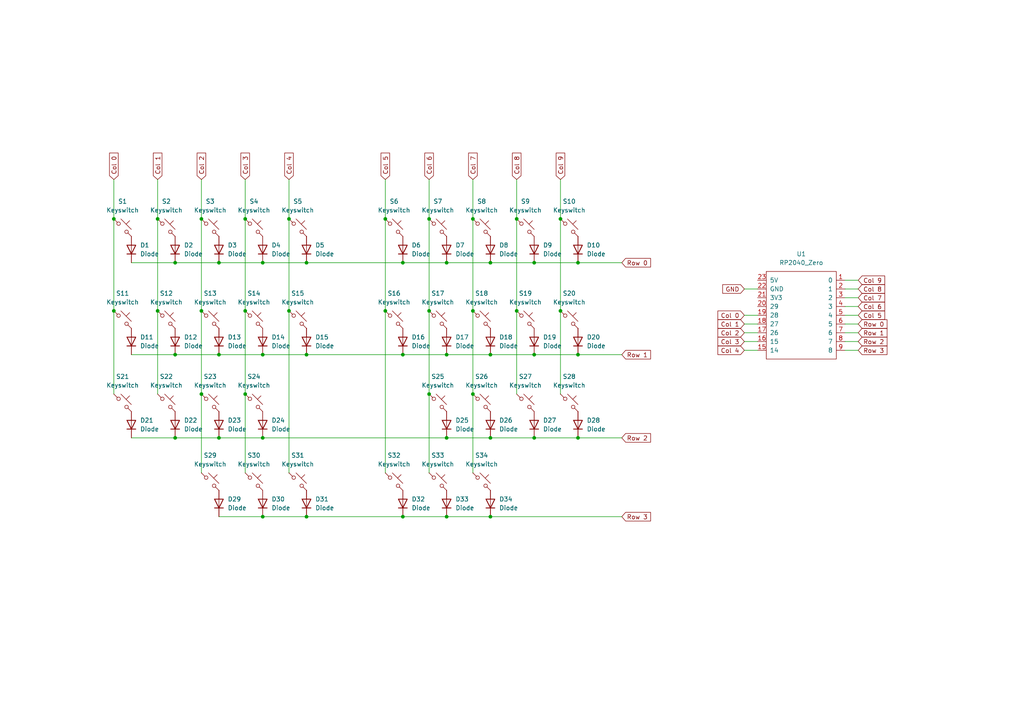
<source format=kicad_sch>
(kicad_sch (version 20231120) (generator "eeschema") (generator_version "8.0")
  (paper "A4")
  (lib_symbols
    (symbol "chew_symbols:MCU_RP2040_Zero_chew_mono" (pin_names (offset 1.016))
      (property "Reference" "U" (at 0 15.24 0))
      (property "Value" "RP2040_Zero" (at 0 12.7 0))
      (symbol "MCU_RP2040_Zero_chew_mono_0_1"
        (rectangle (start -10.16 11.43) (end 10.16 -13.97))
      )
      (symbol "MCU_RP2040_Zero_chew_mono_1_1"
        (pin bidirectional line (at 12.7 8.89 180) (length 2.54) (name "0") (number "1"))
        (pin bidirectional line (at -12.7 -11.43 0) (length 2.54) (name "14") (number "15"))
        (pin bidirectional line (at -12.7 -8.89 0) (length 2.54) (name "15") (number "16"))
        (pin bidirectional line (at -12.7 -6.35 0) (length 2.54) (name "26") (number "17"))
        (pin bidirectional line (at -12.7 -3.81 0) (length 2.54) (name "27") (number "18"))
        (pin bidirectional line (at -12.7 -1.27 0) (length 2.54) (name "28") (number "19"))
        (pin bidirectional line (at 12.7 6.35 180) (length 2.54) (name "1") (number "2"))
        (pin bidirectional line (at -12.7 1.27 0) (length 2.54) (name "29") (number "20"))
        (pin power_out line (at -12.7 3.81 0) (length 2.54) (name "3V3") (number "21"))
        (pin power_out line (at -12.7 6.35 0) (length 2.54) (name "GND") (number "22"))
        (pin power_out line (at -12.7 8.89 0) (length 2.54) (name "5V") (number "23"))
        (pin bidirectional line (at 12.7 3.81 180) (length 2.54) (name "2") (number "3"))
        (pin bidirectional line (at 12.7 1.27 180) (length 2.54) (name "3") (number "4"))
        (pin bidirectional line (at 12.7 -1.27 180) (length 2.54) (name "4") (number "5"))
        (pin bidirectional line (at 12.7 -3.81 180) (length 2.54) (name "5") (number "6"))
        (pin bidirectional line (at 12.7 -6.35 180) (length 2.54) (name "6") (number "7"))
        (pin bidirectional line (at 12.7 -8.89 180) (length 2.54) (name "7") (number "8"))
        (pin bidirectional line (at 12.7 -11.43 180) (length 2.54) (name "8") (number "9"))
      )
    )
    (symbol "chew_symbols:Placeholder_Diode" (pin_numbers hide) (pin_names hide)
      (property "Reference" "D" (at 0 2.54 0))
      (property "Value" "Diode" (at 0 -2.54 0))
      (symbol "Placeholder_Diode_0_1"
        (polyline (pts (xy -1.27 1.27) (xy -1.27 -1.27)) (stroke (width 0.254)))
        (polyline (pts (xy 1.27 0) (xy -1.27 0)))
        (polyline (pts (xy 1.27 1.27) (xy 1.27 -1.27) (xy -1.27 0) (xy 1.27 1.27)) (stroke (width 0.254)))
      )
      (symbol "Placeholder_Diode_1_1"
        (pin passive line (at -3.81 0 0) (length 2.54) (name "K") (number "1"))
        (pin passive line (at 3.81 0 180) (length 2.54) (name "A") (number "2"))
      )
    )
    (symbol "chew_symbols:Placeholder_Keyswitch" (pin_numbers hide) (pin_names (offset 1.016) hide)
      (property "Reference" "S" (at 3.048 1.016 0))
      (property "Value" "Keyswitch" (at 0 -3.81 0))
      (symbol "Placeholder_Keyswitch_0_1"
        (circle (center -1.1684 1.1684) (radius 0.508))
        (polyline (pts (xy -0.508 2.54) (xy 2.54 -0.508)))
        (polyline (pts (xy 1.016 1.016) (xy 2.032 2.032)))
        (polyline (pts (xy -2.54 2.54) (xy -1.524 1.524) (xy -1.524 1.524)))
        (polyline (pts (xy 1.524 -1.524) (xy 2.54 -2.54) (xy 2.54 -2.54) (xy 2.54 -2.54)))
        (circle (center 1.143 -1.1938) (radius 0.508))
        (pin passive line (at -2.54 2.54 0) (length 0) (name "1") (number "1"))
        (pin passive line (at 2.54 -2.54 180) (length 0) (name "2") (number "2"))
      )
    )
  )
  (junction (at 149.86 63.5))
  (junction (at 162.56 90.17))
  (junction (at 76.2 127))
  (junction (at 167.64 76.2))
  (junction (at 33.02 63.5))
  (junction (at 124.46 63.5))
  (junction (at 50.8 76.2))
  (junction (at 154.94 76.2))
  (junction (at 71.12 63.5))
  (junction (at 58.42 114.3))
  (junction (at 50.8 127))
  (junction (at 88.9 149.86))
  (junction (at 58.42 90.17))
  (junction (at 149.86 90.17))
  (junction (at 124.46 114.3))
  (junction (at 137.16 90.17))
  (junction (at 71.12 114.3))
  (junction (at 88.9 76.2))
  (junction (at 142.24 127))
  (junction (at 88.9 102.87))
  (junction (at 154.94 127))
  (junction (at 167.64 102.87))
  (junction (at 167.64 127))
  (junction (at 124.46 90.17))
  (junction (at 76.2 76.2))
  (junction (at 137.16 63.5))
  (junction (at 116.84 149.86))
  (junction (at 111.76 63.5))
  (junction (at 76.2 102.87))
  (junction (at 58.42 63.5))
  (junction (at 116.84 102.87))
  (junction (at 76.2 149.86))
  (junction (at 116.84 76.2))
  (junction (at 137.16 114.3))
  (junction (at 63.5 76.2))
  (junction (at 129.54 127))
  (junction (at 129.54 149.86))
  (junction (at 63.5 102.87))
  (junction (at 45.72 90.17))
  (junction (at 154.94 102.87))
  (junction (at 33.02 90.17))
  (junction (at 111.76 90.17))
  (junction (at 129.54 76.2))
  (junction (at 45.72 63.5))
  (junction (at 71.12 90.17))
  (junction (at 142.24 102.87))
  (junction (at 142.24 76.2))
  (junction (at 50.8 102.87))
  (junction (at 129.54 102.87))
  (junction (at 83.82 90.17))
  (junction (at 63.5 127))
  (junction (at 142.24 149.86))
  (junction (at 83.82 63.5))
  (junction (at 162.56 63.5))
  (wire (pts (xy 111.76 63.5) (xy 111.76 90.17)))
  (wire (pts (xy 142.24 102.87) (xy 154.94 102.87)))
  (wire (pts (xy 50.8 102.87) (xy 63.5 102.87)))
  (wire (pts (xy 137.16 63.5) (xy 137.16 90.17)))
  (wire (pts (xy 116.84 149.86) (xy 129.54 149.86)))
  (wire (pts (xy 129.54 76.2) (xy 142.24 76.2)))
  (wire (pts (xy 58.42 90.17) (xy 58.42 114.3)))
  (wire (pts (xy 248.92 96.52) (xy 245.11 96.52)))
  (wire (pts (xy 83.82 52.07) (xy 83.82 63.5)))
  (wire (pts (xy 45.72 52.07) (xy 45.72 63.5)))
  (wire (pts (xy 63.5 102.87) (xy 76.2 102.87)))
  (wire (pts (xy 38.1 76.2) (xy 50.8 76.2)))
  (wire (pts (xy 137.16 114.3) (xy 137.16 137.16)))
  (wire (pts (xy 149.86 52.07) (xy 149.86 63.5)))
  (wire (pts (xy 88.9 102.87) (xy 116.84 102.87)))
  (wire (pts (xy 71.12 63.5) (xy 71.12 90.17)))
  (wire (pts (xy 137.16 90.17) (xy 137.16 114.3)))
  (wire (pts (xy 215.9 101.6) (xy 219.71 101.6)))
  (wire (pts (xy 33.02 90.17) (xy 33.02 114.3)))
  (wire (pts (xy 215.9 83.82) (xy 219.71 83.82)))
  (wire (pts (xy 63.5 76.2) (xy 76.2 76.2)))
  (wire (pts (xy 167.64 102.87) (xy 180.34 102.87)))
  (wire (pts (xy 248.92 101.6) (xy 245.11 101.6)))
  (wire (pts (xy 248.92 91.44) (xy 245.11 91.44)))
  (wire (pts (xy 76.2 127) (xy 129.54 127)))
  (wire (pts (xy 45.72 63.5) (xy 45.72 90.17)))
  (wire (pts (xy 124.46 90.17) (xy 124.46 114.3)))
  (wire (pts (xy 116.84 76.2) (xy 129.54 76.2)))
  (wire (pts (xy 129.54 102.87) (xy 142.24 102.87)))
  (wire (pts (xy 58.42 52.07) (xy 58.42 63.5)))
  (wire (pts (xy 142.24 127) (xy 154.94 127)))
  (wire (pts (xy 83.82 90.17) (xy 83.82 137.16)))
  (wire (pts (xy 248.92 81.28) (xy 245.11 81.28)))
  (wire (pts (xy 124.46 114.3) (xy 124.46 137.16)))
  (wire (pts (xy 154.94 102.87) (xy 167.64 102.87)))
  (wire (pts (xy 248.92 93.98) (xy 245.11 93.98)))
  (wire (pts (xy 71.12 52.07) (xy 71.12 63.5)))
  (wire (pts (xy 149.86 90.17) (xy 149.86 114.3)))
  (wire (pts (xy 45.72 90.17) (xy 45.72 114.3)))
  (wire (pts (xy 124.46 63.5) (xy 124.46 90.17)))
  (wire (pts (xy 63.5 127) (xy 76.2 127)))
  (wire (pts (xy 248.92 88.9) (xy 245.11 88.9)))
  (wire (pts (xy 162.56 52.07) (xy 162.56 63.5)))
  (wire (pts (xy 248.92 99.06) (xy 245.11 99.06)))
  (wire (pts (xy 215.9 91.44) (xy 219.71 91.44)))
  (wire (pts (xy 180.34 76.2) (xy 167.64 76.2)))
  (wire (pts (xy 33.02 63.5) (xy 33.02 90.17)))
  (wire (pts (xy 38.1 102.87) (xy 50.8 102.87)))
  (wire (pts (xy 50.8 76.2) (xy 63.5 76.2)))
  (wire (pts (xy 149.86 63.5) (xy 149.86 90.17)))
  (wire (pts (xy 33.02 52.07) (xy 33.02 63.5)))
  (wire (pts (xy 76.2 76.2) (xy 88.9 76.2)))
  (wire (pts (xy 129.54 149.86) (xy 142.24 149.86)))
  (wire (pts (xy 142.24 76.2) (xy 154.94 76.2)))
  (wire (pts (xy 129.54 127) (xy 142.24 127)))
  (wire (pts (xy 76.2 102.87) (xy 88.9 102.87)))
  (wire (pts (xy 111.76 90.17) (xy 111.76 137.16)))
  (wire (pts (xy 71.12 114.3) (xy 71.12 137.16)))
  (wire (pts (xy 58.42 114.3) (xy 58.42 137.16)))
  (wire (pts (xy 167.64 127) (xy 180.34 127)))
  (wire (pts (xy 83.82 63.5) (xy 83.82 90.17)))
  (wire (pts (xy 248.92 83.82) (xy 245.11 83.82)))
  (wire (pts (xy 111.76 52.07) (xy 111.76 63.5)))
  (wire (pts (xy 76.2 149.86) (xy 88.9 149.86)))
  (wire (pts (xy 124.46 52.07) (xy 124.46 63.5)))
  (wire (pts (xy 116.84 102.87) (xy 129.54 102.87)))
  (wire (pts (xy 180.34 149.86) (xy 142.24 149.86)))
  (wire (pts (xy 88.9 76.2) (xy 116.84 76.2)))
  (wire (pts (xy 137.16 52.07) (xy 137.16 63.5)))
  (wire (pts (xy 248.92 86.36) (xy 245.11 86.36)))
  (wire (pts (xy 215.9 93.98) (xy 219.71 93.98)))
  (wire (pts (xy 71.12 90.17) (xy 71.12 114.3)))
  (wire (pts (xy 154.94 127) (xy 167.64 127)))
  (wire (pts (xy 162.56 90.17) (xy 162.56 114.3)))
  (wire (pts (xy 215.9 99.06) (xy 219.71 99.06)))
  (wire (pts (xy 63.5 149.86) (xy 76.2 149.86)))
  (wire (pts (xy 50.8 127) (xy 63.5 127)))
  (wire (pts (xy 38.1 127) (xy 50.8 127)))
  (wire (pts (xy 88.9 149.86) (xy 116.84 149.86)))
  (wire (pts (xy 58.42 63.5) (xy 58.42 90.17)))
  (wire (pts (xy 162.56 63.5) (xy 162.56 90.17)))
  (wire (pts (xy 215.9 96.52) (xy 219.71 96.52)))
  (wire (pts (xy 154.94 76.2) (xy 167.64 76.2)))
  (global_label "Col 5" (shape input) (at 248.92 91.44 0) (property "Intersheetrefs" "${INTERSHEET_REFS}" (effects (hide yes))))
  (global_label "Col 9" (shape input) (at 162.56 52.07 90) (property "Intersheetrefs" "${INTERSHEET_REFS}" (effects (hide yes))))
  (global_label "Row 3" (shape input) (at 180.34 149.86 0) (property "Intersheetrefs" "${INTERSHEET_REFS}" (effects (hide yes))))
  (global_label "Row 1" (shape input) (at 180.34 102.87 0) (property "Intersheetrefs" "${INTERSHEET_REFS}" (effects (hide yes))))
  (global_label "Col 1" (shape input) (at 215.9 93.98 180) (property "Intersheetrefs" "${INTERSHEET_REFS}" (effects (hide yes))))
  (global_label "Row 0" (shape input) (at 180.34 76.2 0) (property "Intersheetrefs" "${INTERSHEET_REFS}" (effects (hide yes))))
  (global_label "Col 9" (shape input) (at 248.92 81.28 0) (property "Intersheetrefs" "${INTERSHEET_REFS}" (effects (hide yes))))
  (global_label "Col 2" (shape input) (at 58.42 52.07 90) (property "Intersheetrefs" "${INTERSHEET_REFS}" (effects (hide yes))))
  (global_label "Col 4" (shape input) (at 215.9 101.6 180) (property "Intersheetrefs" "${INTERSHEET_REFS}" (effects (hide yes))))
  (global_label "Row 2" (shape input) (at 180.34 127 0) (property "Intersheetrefs" "${INTERSHEET_REFS}" (effects (hide yes))))
  (global_label "Col 0" (shape input) (at 215.9 91.44 180) (property "Intersheetrefs" "${INTERSHEET_REFS}" (effects (hide yes))))
  (global_label "Row 1" (shape input) (at 248.92 96.52 0) (property "Intersheetrefs" "${INTERSHEET_REFS}" (effects (hide yes))))
  (global_label "Row 2" (shape input) (at 248.92 99.06 0) (property "Intersheetrefs" "${INTERSHEET_REFS}" (effects (hide yes))))
  (global_label "Col 0" (shape input) (at 33.02 52.07 90) (property "Intersheetrefs" "${INTERSHEET_REFS}" (effects (hide yes))))
  (global_label "Col 7" (shape input) (at 248.92 86.36 0) (property "Intersheetrefs" "${INTERSHEET_REFS}" (effects (hide yes))))
  (global_label "Col 7" (shape input) (at 137.16 52.07 90) (property "Intersheetrefs" "${INTERSHEET_REFS}" (effects (hide yes))))
  (global_label "Col 8" (shape input) (at 248.92 83.82 0) (property "Intersheetrefs" "${INTERSHEET_REFS}" (effects (hide yes))))
  (global_label "Col 4" (shape input) (at 83.82 52.07 90) (property "Intersheetrefs" "${INTERSHEET_REFS}" (effects (hide yes))))
  (global_label "GND" (shape input) (at 215.9 83.82 180) (property "Intersheetrefs" "${INTERSHEET_REFS}" (effects (hide yes))))
  (global_label "Col 2" (shape input) (at 215.9 96.52 180) (property "Intersheetrefs" "${INTERSHEET_REFS}" (effects (hide yes))))
  (global_label "Col 1" (shape input) (at 45.72 52.07 90) (property "Intersheetrefs" "${INTERSHEET_REFS}" (effects (hide yes))))
  (global_label "Col 6" (shape input) (at 124.46 52.07 90) (property "Intersheetrefs" "${INTERSHEET_REFS}" (effects (hide yes))))
  (global_label "Col 3" (shape input) (at 71.12 52.07 90) (property "Intersheetrefs" "${INTERSHEET_REFS}" (effects (hide yes))))
  (global_label "Col 5" (shape input) (at 111.76 52.07 90) (property "Intersheetrefs" "${INTERSHEET_REFS}" (effects (hide yes))))
  (global_label "Col 6" (shape input) (at 248.92 88.9 0) (property "Intersheetrefs" "${INTERSHEET_REFS}" (effects (hide yes))))
  (global_label "Row 3" (shape input) (at 248.92 101.6 0) (property "Intersheetrefs" "${INTERSHEET_REFS}" (effects (hide yes))))
  (global_label "Col 3" (shape input) (at 215.9 99.06 180) (property "Intersheetrefs" "${INTERSHEET_REFS}" (effects (hide yes))))
  (global_label "Col 8" (shape input) (at 149.86 52.07 90) (property "Intersheetrefs" "${INTERSHEET_REFS}" (effects (hide yes))))
  (global_label "Row 0" (shape input) (at 248.92 93.98 0) (property "Intersheetrefs" "${INTERSHEET_REFS}" (effects (hide yes))))
  (symbol (lib_id "chew_symbols:Placeholder_Keyswitch") (at 127 92.71 0) (unit 1)
    (property "Reference" "S17" (at 127 85.09 0))
    (property "Value" "Keyswitch" (at 127 87.63 0))
    (property "Footprint" "chew_is_so:Choc_V1_chew" (effects (hide yes)))
    (property "Description" "Push button switch, normally open, two pins, 45° tilted" (effects (hide yes)))
  )
  (symbol (lib_id "chew_symbols:Placeholder_Keyswitch") (at 48.26 92.71 0) (unit 1)
    (property "Reference" "S12" (at 48.26 85.09 0))
    (property "Value" "Keyswitch" (at 48.26 87.63 0))
    (property "Footprint" "chew_is_so:Choc_V1_chew" (effects (hide yes)))
    (property "Description" "Push button switch, normally open, two pins, 45° tilted" (effects (hide yes)))
  )
  (symbol (lib_id "chew_symbols:Placeholder_Diode") (at 76.2 123.19 90) (unit 1)
    (property "Reference" "D24" (at 78.74 121.9199 90) (effects (justify right)))
    (property "Value" "Diode" (at 78.74 124.4599 90) (effects (justify right)))
    (property "Footprint" "chew_is_so:Diode_SOD-123_chew" (effects (hide yes)))
    (property "Description" "1N4148 (DO-35) or 1N4148W (SOD-123)" (effects (hide yes)))
    (property "Sim.Device" "D" (effects (hide yes)))
    (property "Sim.Pins" "1=K 2=A" (effects (hide yes)))
  )
  (symbol (lib_id "chew_symbols:Placeholder_Keyswitch") (at 127 139.7 0) (unit 1)
    (property "Reference" "S33" (at 127 132.08 0))
    (property "Value" "Keyswitch" (at 127 134.62 0))
    (property "Footprint" "chew_is_so:Choc_V1_chew" (effects (hide yes)))
    (property "Description" "Push button switch, normally open, two pins, 45° tilted" (effects (hide yes)))
  )
  (symbol (lib_id "chew_symbols:Placeholder_Keyswitch") (at 152.4 92.71 0) (unit 1)
    (property "Reference" "S19" (at 152.4 85.09 0))
    (property "Value" "Keyswitch" (at 152.4 87.63 0))
    (property "Footprint" "chew_is_so:Choc_V1_chew" (effects (hide yes)))
    (property "Description" "Push button switch, normally open, two pins, 45° tilted" (effects (hide yes)))
  )
  (symbol (lib_id "chew_symbols:Placeholder_Diode") (at 142.24 146.05 90) (unit 1)
    (property "Reference" "D34" (at 144.78 144.7799 90) (effects (justify right)))
    (property "Value" "Diode" (at 144.78 147.3199 90) (effects (justify right)))
    (property "Footprint" "chew_is_so:Diode_SOD-123_chew" (effects (hide yes)))
    (property "Description" "1N4148 (DO-35) or 1N4148W (SOD-123)" (effects (hide yes)))
    (property "Sim.Device" "D" (effects (hide yes)))
    (property "Sim.Pins" "1=K 2=A" (effects (hide yes)))
  )
  (symbol (lib_id "chew_symbols:Placeholder_Diode") (at 129.54 99.06 90) (unit 1)
    (property "Reference" "D17" (at 132.08 97.7899 90) (effects (justify right)))
    (property "Value" "Diode" (at 132.08 100.3299 90) (effects (justify right)))
    (property "Footprint" "chew_is_so:Diode_SOD-123_chew" (effects (hide yes)))
    (property "Description" "1N4148 (DO-35) or 1N4148W (SOD-123)" (effects (hide yes)))
    (property "Sim.Device" "D" (effects (hide yes)))
    (property "Sim.Pins" "1=K 2=A" (effects (hide yes)))
  )
  (symbol (lib_id "chew_symbols:Placeholder_Keyswitch") (at 60.96 66.04 0) (unit 1)
    (property "Reference" "S3" (at 60.96 58.42 0))
    (property "Value" "Keyswitch" (at 60.96 60.96 0))
    (property "Footprint" "chew_is_so:Choc_V1_chew" (effects (hide yes)))
    (property "Description" "Push button switch, normally open, two pins, 45° tilted" (effects (hide yes)))
  )
  (symbol (lib_id "chew_symbols:Placeholder_Diode") (at 88.9 99.06 90) (unit 1)
    (property "Reference" "D15" (at 91.44 97.7899 90) (effects (justify right)))
    (property "Value" "Diode" (at 91.44 100.3299 90) (effects (justify right)))
    (property "Footprint" "chew_is_so:Diode_SOD-123_chew" (effects (hide yes)))
    (property "Description" "1N4148 (DO-35) or 1N4148W (SOD-123)" (effects (hide yes)))
    (property "Sim.Device" "D" (effects (hide yes)))
    (property "Sim.Pins" "1=K 2=A" (effects (hide yes)))
  )
  (symbol (lib_id "chew_symbols:Placeholder_Diode") (at 63.5 146.05 90) (unit 1)
    (property "Reference" "D29" (at 66.04 144.7799 90) (effects (justify right)))
    (property "Value" "Diode" (at 66.04 147.3199 90) (effects (justify right)))
    (property "Footprint" "chew_is_so:Diode_SOD-123_chew" (effects (hide yes)))
    (property "Description" "1N4148 (DO-35) or 1N4148W (SOD-123)" (effects (hide yes)))
    (property "Sim.Device" "D" (effects (hide yes)))
    (property "Sim.Pins" "1=K 2=A" (effects (hide yes)))
  )
  (symbol (lib_id "chew_symbols:Placeholder_Diode") (at 116.84 146.05 90) (unit 1)
    (property "Reference" "D32" (at 119.38 144.7799 90) (effects (justify right)))
    (property "Value" "Diode" (at 119.38 147.3199 90) (effects (justify right)))
    (property "Footprint" "chew_is_so:Diode_SOD-123_chew" (effects (hide yes)))
    (property "Description" "1N4148 (DO-35) or 1N4148W (SOD-123)" (effects (hide yes)))
    (property "Sim.Device" "D" (effects (hide yes)))
    (property "Sim.Pins" "1=K 2=A" (effects (hide yes)))
  )
  (symbol (lib_id "chew_symbols:Placeholder_Diode") (at 38.1 72.39 90) (unit 1)
    (property "Reference" "D1" (at 40.64 71.1199 90) (effects (justify right)))
    (property "Value" "Diode" (at 40.64 73.6599 90) (effects (justify right)))
    (property "Footprint" "chew_is_so:Diode_SOD-123_chew" (effects (hide yes)))
    (property "Description" "1N4148 (DO-35) or 1N4148W (SOD-123)" (effects (hide yes)))
    (property "Sim.Device" "D" (effects (hide yes)))
    (property "Sim.Pins" "1=K 2=A" (effects (hide yes)))
  )
  (symbol (lib_id "chew_symbols:Placeholder_Keyswitch") (at 165.1 66.04 0) (unit 1)
    (property "Reference" "S10" (at 165.1 58.42 0))
    (property "Value" "Keyswitch" (at 165.1 60.96 0))
    (property "Footprint" "chew_is_so:Choc_V1_chew" (effects (hide yes)))
    (property "Description" "Push button switch, normally open, two pins, 45° tilted" (effects (hide yes)))
  )
  (symbol (lib_id "chew_symbols:Placeholder_Diode") (at 76.2 99.06 90) (unit 1)
    (property "Reference" "D14" (at 78.74 97.7899 90) (effects (justify right)))
    (property "Value" "Diode" (at 78.74 100.3299 90) (effects (justify right)))
    (property "Footprint" "chew_is_so:Diode_SOD-123_chew" (effects (hide yes)))
    (property "Description" "1N4148 (DO-35) or 1N4148W (SOD-123)" (effects (hide yes)))
    (property "Sim.Device" "D" (effects (hide yes)))
    (property "Sim.Pins" "1=K 2=A" (effects (hide yes)))
  )
  (symbol (lib_id "chew_symbols:Placeholder_Diode") (at 154.94 72.39 90) (unit 1)
    (property "Reference" "D9" (at 157.48 71.1199 90) (effects (justify right)))
    (property "Value" "Diode" (at 157.48 73.6599 90) (effects (justify right)))
    (property "Footprint" "chew_is_so:Diode_SOD-123_chew" (effects (hide yes)))
    (property "Description" "1N4148 (DO-35) or 1N4148W (SOD-123)" (effects (hide yes)))
    (property "Sim.Device" "D" (effects (hide yes)))
    (property "Sim.Pins" "1=K 2=A" (effects (hide yes)))
  )
  (symbol (lib_id "chew_symbols:Placeholder_Keyswitch") (at 139.7 92.71 0) (unit 1)
    (property "Reference" "S18" (at 139.7 85.09 0))
    (property "Value" "Keyswitch" (at 139.7 87.63 0))
    (property "Footprint" "chew_is_so:Choc_V1_chew" (effects (hide yes)))
    (property "Description" "Push button switch, normally open, two pins, 45° tilted" (effects (hide yes)))
  )
  (symbol (lib_id "chew_symbols:Placeholder_Keyswitch") (at 73.66 66.04 0) (unit 1)
    (property "Reference" "S4" (at 73.66 58.42 0))
    (property "Value" "Keyswitch" (at 73.66 60.96 0))
    (property "Footprint" "chew_is_so:Choc_V1_chew" (effects (hide yes)))
    (property "Description" "Push button switch, normally open, two pins, 45° tilted" (effects (hide yes)))
  )
  (symbol (lib_id "chew_symbols:Placeholder_Keyswitch") (at 60.96 139.7 0) (unit 1)
    (property "Reference" "S29" (at 60.96 132.08 0))
    (property "Value" "Keyswitch" (at 60.96 134.62 0))
    (property "Footprint" "chew_is_so:Choc_V1_chew" (effects (hide yes)))
    (property "Description" "Push button switch, normally open, two pins, 45° tilted" (effects (hide yes)))
  )
  (symbol (lib_id "chew_symbols:Placeholder_Diode") (at 116.84 99.06 90) (unit 1)
    (property "Reference" "D16" (at 119.38 97.7899 90) (effects (justify right)))
    (property "Value" "Diode" (at 119.38 100.3299 90) (effects (justify right)))
    (property "Footprint" "chew_is_so:Diode_SOD-123_chew" (effects (hide yes)))
    (property "Description" "1N4148 (DO-35) or 1N4148W (SOD-123)" (effects (hide yes)))
    (property "Sim.Device" "D" (effects (hide yes)))
    (property "Sim.Pins" "1=K 2=A" (effects (hide yes)))
  )
  (symbol (lib_id "chew_symbols:Placeholder_Diode") (at 142.24 72.39 90) (unit 1)
    (property "Reference" "D8" (at 144.78 71.1199 90) (effects (justify right)))
    (property "Value" "Diode" (at 144.78 73.6599 90) (effects (justify right)))
    (property "Footprint" "chew_is_so:Diode_SOD-123_chew" (effects (hide yes)))
    (property "Description" "1N4148 (DO-35) or 1N4148W (SOD-123)" (effects (hide yes)))
    (property "Sim.Device" "D" (effects (hide yes)))
    (property "Sim.Pins" "1=K 2=A" (effects (hide yes)))
  )
  (symbol (lib_id "chew_symbols:Placeholder_Diode") (at 154.94 99.06 90) (unit 1)
    (property "Reference" "D19" (at 157.48 97.7899 90) (effects (justify right)))
    (property "Value" "Diode" (at 157.48 100.3299 90) (effects (justify right)))
    (property "Footprint" "chew_is_so:Diode_SOD-123_chew" (effects (hide yes)))
    (property "Description" "1N4148 (DO-35) or 1N4148W (SOD-123)" (effects (hide yes)))
    (property "Sim.Device" "D" (effects (hide yes)))
    (property "Sim.Pins" "1=K 2=A" (effects (hide yes)))
  )
  (symbol (lib_id "chew_symbols:Placeholder_Keyswitch") (at 35.56 92.71 0) (unit 1)
    (property "Reference" "S11" (at 35.56 85.09 0))
    (property "Value" "Keyswitch" (at 35.56 87.63 0))
    (property "Footprint" "chew_is_so:Choc_V1_chew" (effects (hide yes)))
    (property "Description" "Push button switch, normally open, two pins, 45° tilted" (effects (hide yes)))
  )
  (symbol (lib_id "chew_symbols:Placeholder_Keyswitch") (at 48.26 116.84 0) (unit 1)
    (property "Reference" "S22" (at 48.26 109.22 0))
    (property "Value" "Keyswitch" (at 48.26 111.76 0))
    (property "Footprint" "chew_is_so:Choc_V1_chew" (effects (hide yes)))
    (property "Description" "Push button switch, normally open, two pins, 45° tilted" (effects (hide yes)))
  )
  (symbol (lib_id "chew_symbols:Placeholder_Keyswitch") (at 114.3 92.71 0) (unit 1)
    (property "Reference" "S16" (at 114.3 85.09 0))
    (property "Value" "Keyswitch" (at 114.3 87.63 0))
    (property "Footprint" "chew_is_so:Choc_V1_chew" (effects (hide yes)))
    (property "Description" "Push button switch, normally open, two pins, 45° tilted" (effects (hide yes)))
  )
  (symbol (lib_id "chew_symbols:Placeholder_Keyswitch") (at 139.7 116.84 0) (unit 1)
    (property "Reference" "S26" (at 139.7 109.22 0))
    (property "Value" "Keyswitch" (at 139.7 111.76 0))
    (property "Footprint" "chew_is_so:Choc_V1_chew" (effects (hide yes)))
    (property "Description" "Push button switch, normally open, two pins, 45° tilted" (effects (hide yes)))
  )
  (symbol (lib_id "chew_symbols:Placeholder_Diode") (at 142.24 123.19 90) (unit 1)
    (property "Reference" "D26" (at 144.78 121.9199 90) (effects (justify right)))
    (property "Value" "Diode" (at 144.78 124.4599 90) (effects (justify right)))
    (property "Footprint" "chew_is_so:Diode_SOD-123_chew" (effects (hide yes)))
    (property "Description" "1N4148 (DO-35) or 1N4148W (SOD-123)" (effects (hide yes)))
    (property "Sim.Device" "D" (effects (hide yes)))
    (property "Sim.Pins" "1=K 2=A" (effects (hide yes)))
  )
  (symbol (lib_id "chew_symbols:Placeholder_Diode") (at 38.1 99.06 90) (unit 1)
    (property "Reference" "D11" (at 40.64 97.7899 90) (effects (justify right)))
    (property "Value" "Diode" (at 40.64 100.3299 90) (effects (justify right)))
    (property "Footprint" "chew_is_so:Diode_SOD-123_chew" (effects (hide yes)))
    (property "Description" "1N4148 (DO-35) or 1N4148W (SOD-123)" (effects (hide yes)))
    (property "Sim.Device" "D" (effects (hide yes)))
    (property "Sim.Pins" "1=K 2=A" (effects (hide yes)))
  )
  (symbol (lib_id "chew_symbols:Placeholder_Diode") (at 129.54 146.05 90) (unit 1)
    (property "Reference" "D33" (at 132.08 144.7799 90) (effects (justify right)))
    (property "Value" "Diode" (at 132.08 147.3199 90) (effects (justify right)))
    (property "Footprint" "chew_is_so:Diode_SOD-123_chew" (effects (hide yes)))
    (property "Description" "1N4148 (DO-35) or 1N4148W (SOD-123)" (effects (hide yes)))
    (property "Sim.Device" "D" (effects (hide yes)))
    (property "Sim.Pins" "1=K 2=A" (effects (hide yes)))
  )
  (symbol (lib_id "chew_symbols:Placeholder_Diode") (at 116.84 72.39 90) (unit 1)
    (property "Reference" "D6" (at 119.38 71.1199 90) (effects (justify right)))
    (property "Value" "Diode" (at 119.38 73.6599 90) (effects (justify right)))
    (property "Footprint" "chew_is_so:Diode_SOD-123_chew" (effects (hide yes)))
    (property "Description" "1N4148 (DO-35) or 1N4148W (SOD-123)" (effects (hide yes)))
    (property "Sim.Device" "D" (effects (hide yes)))
    (property "Sim.Pins" "1=K 2=A" (effects (hide yes)))
  )
  (symbol (lib_id "chew_symbols:Placeholder_Keyswitch") (at 86.36 139.7 0) (unit 1)
    (property "Reference" "S31" (at 86.36 132.08 0))
    (property "Value" "Keyswitch" (at 86.36 134.62 0))
    (property "Footprint" "chew_is_so:Choc_V1_chew" (effects (hide yes)))
    (property "Description" "Push button switch, normally open, two pins, 45° tilted" (effects (hide yes)))
  )
  (symbol (lib_id "chew_symbols:Placeholder_Diode") (at 129.54 123.19 90) (unit 1)
    (property "Reference" "D25" (at 132.08 121.9199 90) (effects (justify right)))
    (property "Value" "Diode" (at 132.08 124.4599 90) (effects (justify right)))
    (property "Footprint" "chew_is_so:Diode_SOD-123_chew" (effects (hide yes)))
    (property "Description" "1N4148 (DO-35) or 1N4148W (SOD-123)" (effects (hide yes)))
    (property "Sim.Device" "D" (effects (hide yes)))
    (property "Sim.Pins" "1=K 2=A" (effects (hide yes)))
  )
  (symbol (lib_id "chew_symbols:Placeholder_Diode") (at 76.2 72.39 90) (unit 1)
    (property "Reference" "D4" (at 78.74 71.1199 90) (effects (justify right)))
    (property "Value" "Diode" (at 78.74 73.6599 90) (effects (justify right)))
    (property "Footprint" "chew_is_so:Diode_SOD-123_chew" (effects (hide yes)))
    (property "Description" "1N4148 (DO-35) or 1N4148W (SOD-123)" (effects (hide yes)))
    (property "Sim.Device" "D" (effects (hide yes)))
    (property "Sim.Pins" "1=K 2=A" (effects (hide yes)))
  )
  (symbol (lib_id "chew_symbols:Placeholder_Keyswitch") (at 152.4 116.84 0) (unit 1)
    (property "Reference" "S27" (at 152.4 109.22 0))
    (property "Value" "Keyswitch" (at 152.4 111.76 0))
    (property "Footprint" "chew_is_so:Choc_V1_chew" (effects (hide yes)))
    (property "Description" "Push button switch, normally open, two pins, 45° tilted" (effects (hide yes)))
  )
  (symbol (lib_id "chew_symbols:Placeholder_Diode") (at 76.2 146.05 90) (unit 1)
    (property "Reference" "D30" (at 78.74 144.7799 90) (effects (justify right)))
    (property "Value" "Diode" (at 78.74 147.3199 90) (effects (justify right)))
    (property "Footprint" "chew_is_so:Diode_SOD-123_chew" (effects (hide yes)))
    (property "Description" "1N4148 (DO-35) or 1N4148W (SOD-123)" (effects (hide yes)))
    (property "Sim.Device" "D" (effects (hide yes)))
    (property "Sim.Pins" "1=K 2=A" (effects (hide yes)))
  )
  (symbol (lib_id "chew_symbols:Placeholder_Keyswitch") (at 35.56 116.84 0) (unit 1)
    (property "Reference" "S21" (at 35.56 109.22 0))
    (property "Value" "Keyswitch" (at 35.56 111.76 0))
    (property "Footprint" "chew_is_so:Choc_V1_chew" (effects (hide yes)))
    (property "Description" "Push button switch, normally open, two pins, 45° tilted" (effects (hide yes)))
  )
  (symbol (lib_id "chew_symbols:Placeholder_Diode") (at 167.64 123.19 90) (unit 1)
    (property "Reference" "D28" (at 170.18 121.9199 90) (effects (justify right)))
    (property "Value" "Diode" (at 170.18 124.4599 90) (effects (justify right)))
    (property "Footprint" "chew_is_so:Diode_SOD-123_chew" (effects (hide yes)))
    (property "Description" "1N4148 (DO-35) or 1N4148W (SOD-123)" (effects (hide yes)))
    (property "Sim.Device" "D" (effects (hide yes)))
    (property "Sim.Pins" "1=K 2=A" (effects (hide yes)))
  )
  (symbol (lib_id "chew_symbols:Placeholder_Diode") (at 63.5 99.06 90) (unit 1)
    (property "Reference" "D13" (at 66.04 97.7899 90) (effects (justify right)))
    (property "Value" "Diode" (at 66.04 100.3299 90) (effects (justify right)))
    (property "Footprint" "chew_is_so:Diode_SOD-123_chew" (effects (hide yes)))
    (property "Description" "1N4148 (DO-35) or 1N4148W (SOD-123)" (effects (hide yes)))
    (property "Sim.Device" "D" (effects (hide yes)))
    (property "Sim.Pins" "1=K 2=A" (effects (hide yes)))
  )
  (symbol (lib_id "chew_symbols:Placeholder_Keyswitch") (at 139.7 66.04 0) (unit 1)
    (property "Reference" "S8" (at 139.7 58.42 0))
    (property "Value" "Keyswitch" (at 139.7 60.96 0))
    (property "Footprint" "chew_is_so:Choc_V1_chew" (effects (hide yes)))
    (property "Description" "Push button switch, normally open, two pins, 45° tilted" (effects (hide yes)))
  )
  (symbol (lib_id "chew_symbols:Placeholder_Keyswitch") (at 48.26 66.04 0) (unit 1)
    (property "Reference" "S2" (at 48.26 58.42 0))
    (property "Value" "Keyswitch" (at 48.26 60.96 0))
    (property "Footprint" "chew_is_so:Choc_V1_chew" (effects (hide yes)))
    (property "Description" "Push button switch, normally open, two pins, 45° tilted" (effects (hide yes)))
  )
  (symbol (lib_id "chew_symbols:Placeholder_Keyswitch") (at 114.3 139.7 0) (unit 1)
    (property "Reference" "S32" (at 114.3 132.08 0))
    (property "Value" "Keyswitch" (at 114.3 134.62 0))
    (property "Footprint" "chew_is_so:Choc_V1_chew" (effects (hide yes)))
    (property "Description" "Push button switch, normally open, two pins, 45° tilted" (effects (hide yes)))
  )
  (symbol (lib_id "chew_symbols:Placeholder_Keyswitch") (at 165.1 92.71 0) (unit 1)
    (property "Reference" "S20" (at 165.1 85.09 0))
    (property "Value" "Keyswitch" (at 165.1 87.63 0))
    (property "Footprint" "chew_is_so:Choc_V1_chew" (effects (hide yes)))
    (property "Description" "Push button switch, normally open, two pins, 45° tilted" (effects (hide yes)))
  )
  (symbol (lib_id "chew_symbols:Placeholder_Keyswitch") (at 35.56 66.04 0) (unit 1)
    (property "Reference" "S1" (at 35.56 58.42 0))
    (property "Value" "Keyswitch" (at 35.56 60.96 0))
    (property "Footprint" "chew_is_so:Choc_V1_chew" (effects (hide yes)))
    (property "Description" "Push button switch, normally open, two pins, 45° tilted" (effects (hide yes)))
  )
  (symbol (lib_id "chew_symbols:Placeholder_Diode") (at 167.64 99.06 90) (unit 1)
    (property "Reference" "D20" (at 170.18 97.7899 90) (effects (justify right)))
    (property "Value" "Diode" (at 170.18 100.3299 90) (effects (justify right)))
    (property "Footprint" "chew_is_so:Diode_SOD-123_chew" (effects (hide yes)))
    (property "Description" "1N4148 (DO-35) or 1N4148W (SOD-123)" (effects (hide yes)))
    (property "Sim.Device" "D" (effects (hide yes)))
    (property "Sim.Pins" "1=K 2=A" (effects (hide yes)))
  )
  (symbol (lib_id "chew_symbols:Placeholder_Diode") (at 50.8 123.19 90) (unit 1)
    (property "Reference" "D22" (at 53.34 121.9199 90) (effects (justify right)))
    (property "Value" "Diode" (at 53.34 124.4599 90) (effects (justify right)))
    (property "Footprint" "chew_is_so:Diode_SOD-123_chew" (effects (hide yes)))
    (property "Description" "1N4148 (DO-35) or 1N4148W (SOD-123)" (effects (hide yes)))
    (property "Sim.Device" "D" (effects (hide yes)))
    (property "Sim.Pins" "1=K 2=A" (effects (hide yes)))
  )
  (symbol (lib_id "chew_symbols:Placeholder_Diode") (at 154.94 123.19 90) (unit 1)
    (property "Reference" "D27" (at 157.48 121.9199 90) (effects (justify right)))
    (property "Value" "Diode" (at 157.48 124.4599 90) (effects (justify right)))
    (property "Footprint" "chew_is_so:Diode_SOD-123_chew" (effects (hide yes)))
    (property "Description" "1N4148 (DO-35) or 1N4148W (SOD-123)" (effects (hide yes)))
    (property "Sim.Device" "D" (effects (hide yes)))
    (property "Sim.Pins" "1=K 2=A" (effects (hide yes)))
  )
  (symbol (lib_id "chew_symbols:Placeholder_Keyswitch") (at 127 116.84 0) (unit 1)
    (property "Reference" "S25" (at 127 109.22 0))
    (property "Value" "Keyswitch" (at 127 111.76 0))
    (property "Footprint" "chew_is_so:Choc_V1_chew" (effects (hide yes)))
    (property "Description" "Push button switch, normally open, two pins, 45° tilted" (effects (hide yes)))
  )
  (symbol (lib_id "chew_symbols:Placeholder_Diode") (at 88.9 72.39 90) (unit 1)
    (property "Reference" "D5" (at 91.44 71.1199 90) (effects (justify right)))
    (property "Value" "Diode" (at 91.44 73.6599 90) (effects (justify right)))
    (property "Footprint" "chew_is_so:Diode_SOD-123_chew" (effects (hide yes)))
    (property "Description" "1N4148 (DO-35) or 1N4148W (SOD-123)" (effects (hide yes)))
    (property "Sim.Device" "D" (effects (hide yes)))
    (property "Sim.Pins" "1=K 2=A" (effects (hide yes)))
  )
  (symbol (lib_id "chew_symbols:Placeholder_Diode") (at 167.64 72.39 90) (unit 1)
    (property "Reference" "D10" (at 170.18 71.1199 90) (effects (justify right)))
    (property "Value" "Diode" (at 170.18 73.6599 90) (effects (justify right)))
    (property "Footprint" "chew_is_so:Diode_SOD-123_chew" (effects (hide yes)))
    (property "Description" "1N4148 (DO-35) or 1N4148W (SOD-123)" (effects (hide yes)))
    (property "Sim.Device" "D" (effects (hide yes)))
    (property "Sim.Pins" "1=K 2=A" (effects (hide yes)))
  )
  (symbol (lib_id "chew_symbols:Placeholder_Diode") (at 129.54 72.39 90) (unit 1)
    (property "Reference" "D7" (at 132.08 71.1199 90) (effects (justify right)))
    (property "Value" "Diode" (at 132.08 73.6599 90) (effects (justify right)))
    (property "Footprint" "chew_is_so:Diode_SOD-123_chew" (effects (hide yes)))
    (property "Description" "1N4148 (DO-35) or 1N4148W (SOD-123)" (effects (hide yes)))
    (property "Sim.Device" "D" (effects (hide yes)))
    (property "Sim.Pins" "1=K 2=A" (effects (hide yes)))
  )
  (symbol (lib_id "chew_symbols:Placeholder_Keyswitch") (at 86.36 92.71 0) (unit 1)
    (property "Reference" "S15" (at 86.36 85.09 0))
    (property "Value" "Keyswitch" (at 86.36 87.63 0))
    (property "Footprint" "chew_is_so:Choc_V1_chew" (effects (hide yes)))
    (property "Description" "Push button switch, normally open, two pins, 45° tilted" (effects (hide yes)))
  )
  (symbol (lib_id "chew_symbols:Placeholder_Keyswitch") (at 165.1 116.84 0) (unit 1)
    (property "Reference" "S28" (at 165.1 109.22 0))
    (property "Value" "Keyswitch" (at 165.1 111.76 0))
    (property "Footprint" "chew_is_so:Choc_V1_chew" (effects (hide yes)))
    (property "Description" "Push button switch, normally open, two pins, 45° tilted" (effects (hide yes)))
  )
  (symbol (lib_id "chew_symbols:Placeholder_Diode") (at 50.8 99.06 90) (unit 1)
    (property "Reference" "D12" (at 53.34 97.7899 90) (effects (justify right)))
    (property "Value" "Diode" (at 53.34 100.3299 90) (effects (justify right)))
    (property "Footprint" "chew_is_so:Diode_SOD-123_chew" (effects (hide yes)))
    (property "Description" "1N4148 (DO-35) or 1N4148W (SOD-123)" (effects (hide yes)))
    (property "Sim.Device" "D" (effects (hide yes)))
    (property "Sim.Pins" "1=K 2=A" (effects (hide yes)))
  )
  (symbol (lib_id "chew_symbols:Placeholder_Keyswitch") (at 152.4 66.04 0) (unit 1)
    (property "Reference" "S9" (at 152.4 58.42 0))
    (property "Value" "Keyswitch" (at 152.4 60.96 0))
    (property "Footprint" "chew_is_so:Choc_V1_chew" (effects (hide yes)))
    (property "Description" "Push button switch, normally open, two pins, 45° tilted" (effects (hide yes)))
  )
  (symbol (lib_id "chew_symbols:Placeholder_Keyswitch") (at 73.66 116.84 0) (unit 1)
    (property "Reference" "S24" (at 73.66 109.22 0))
    (property "Value" "Keyswitch" (at 73.66 111.76 0))
    (property "Footprint" "chew_is_so:Choc_V1_chew" (effects (hide yes)))
    (property "Description" "Push button switch, normally open, two pins, 45° tilted" (effects (hide yes)))
  )
  (symbol (lib_id "chew_symbols:Placeholder_Keyswitch") (at 73.66 92.71 0) (unit 1)
    (property "Reference" "S14" (at 73.66 85.09 0))
    (property "Value" "Keyswitch" (at 73.66 87.63 0))
    (property "Footprint" "chew_is_so:Choc_V1_chew" (effects (hide yes)))
    (property "Description" "Push button switch, normally open, two pins, 45° tilted" (effects (hide yes)))
  )
  (symbol (lib_id "chew_symbols:Placeholder_Diode") (at 50.8 72.39 90) (unit 1)
    (property "Reference" "D2" (at 53.34 71.1199 90) (effects (justify right)))
    (property "Value" "Diode" (at 53.34 73.6599 90) (effects (justify right)))
    (property "Footprint" "chew_is_so:Diode_SOD-123_chew" (effects (hide yes)))
    (property "Description" "1N4148 (DO-35) or 1N4148W (SOD-123)" (effects (hide yes)))
    (property "Sim.Device" "D" (effects (hide yes)))
    (property "Sim.Pins" "1=K 2=A" (effects (hide yes)))
  )
  (symbol (lib_id "chew_symbols:Placeholder_Keyswitch") (at 73.66 139.7 0) (unit 1)
    (property "Reference" "S30" (at 73.66 132.08 0))
    (property "Value" "Keyswitch" (at 73.66 134.62 0))
    (property "Footprint" "chew_is_so:Choc_V1_chew" (effects (hide yes)))
    (property "Description" "Push button switch, normally open, two pins, 45° tilted" (effects (hide yes)))
  )
  (symbol (lib_id "chew_symbols:Placeholder_Keyswitch") (at 114.3 66.04 0) (unit 1)
    (property "Reference" "S6" (at 114.3 58.42 0))
    (property "Value" "Keyswitch" (at 114.3 60.96 0))
    (property "Footprint" "chew_is_so:Choc_V1_chew" (effects (hide yes)))
    (property "Description" "Push button switch, normally open, two pins, 45° tilted" (effects (hide yes)))
  )
  (symbol (lib_id "chew_symbols:Placeholder_Keyswitch") (at 86.36 66.04 0) (unit 1)
    (property "Reference" "S5" (at 86.36 58.42 0))
    (property "Value" "Keyswitch" (at 86.36 60.96 0))
    (property "Footprint" "chew_is_so:Choc_V1_chew" (effects (hide yes)))
    (property "Description" "Push button switch, normally open, two pins, 45° tilted" (effects (hide yes)))
  )
  (symbol (lib_id "chew_symbols:Placeholder_Diode") (at 88.9 146.05 90) (unit 1)
    (property "Reference" "D31" (at 91.44 144.7799 90) (effects (justify right)))
    (property "Value" "Diode" (at 91.44 147.3199 90) (effects (justify right)))
    (property "Footprint" "chew_is_so:Diode_SOD-123_chew" (effects (hide yes)))
    (property "Description" "1N4148 (DO-35) or 1N4148W (SOD-123)" (effects (hide yes)))
    (property "Sim.Device" "D" (effects (hide yes)))
    (property "Sim.Pins" "1=K 2=A" (effects (hide yes)))
  )
  (symbol (lib_id "chew_symbols:Placeholder_Diode") (at 142.24 99.06 90) (unit 1)
    (property "Reference" "D18" (at 144.78 97.7899 90) (effects (justify right)))
    (property "Value" "Diode" (at 144.78 100.3299 90) (effects (justify right)))
    (property "Footprint" "chew_is_so:Diode_SOD-123_chew" (effects (hide yes)))
    (property "Description" "1N4148 (DO-35) or 1N4148W (SOD-123)" (effects (hide yes)))
    (property "Sim.Device" "D" (effects (hide yes)))
    (property "Sim.Pins" "1=K 2=A" (effects (hide yes)))
  )
  (symbol (lib_id "chew_symbols:MCU_RP2040_Zero_chew_mono") (at 232.41 90.17 0) (unit 1)
    (property "Reference" "U1" (at 232.41 73.66 0))
    (property "Value" "RP2040_Zero" (at 232.41 76.2 0))
    (property "Footprint" "chew_is_so:RP2040_Zero_chew_mono" (effects (hide yes)))
  )
  (symbol (lib_id "chew_symbols:Placeholder_Diode") (at 63.5 123.19 90) (unit 1)
    (property "Reference" "D23" (at 66.04 121.9199 90) (effects (justify right)))
    (property "Value" "Diode" (at 66.04 124.4599 90) (effects (justify right)))
    (property "Footprint" "chew_is_so:Diode_SOD-123_chew" (effects (hide yes)))
    (property "Description" "1N4148 (DO-35) or 1N4148W (SOD-123)" (effects (hide yes)))
    (property "Sim.Device" "D" (effects (hide yes)))
    (property "Sim.Pins" "1=K 2=A" (effects (hide yes)))
  )
  (symbol (lib_id "chew_symbols:Placeholder_Keyswitch") (at 139.7 139.7 0) (unit 1)
    (property "Reference" "S34" (at 139.7 132.08 0))
    (property "Value" "Keyswitch" (at 139.7 134.62 0))
    (property "Footprint" "chew_is_so:Choc_V1_chew" (effects (hide yes)))
    (property "Description" "Push button switch, normally open, two pins, 45° tilted" (effects (hide yes)))
  )
  (symbol (lib_id "chew_symbols:Placeholder_Keyswitch") (at 127 66.04 0) (unit 1)
    (property "Reference" "S7" (at 127 58.42 0))
    (property "Value" "Keyswitch" (at 127 60.96 0))
    (property "Footprint" "chew_is_so:Choc_V1_chew" (effects (hide yes)))
    (property "Description" "Push button switch, normally open, two pins, 45° tilted" (effects (hide yes)))
  )
  (symbol (lib_id "chew_symbols:Placeholder_Diode") (at 38.1 123.19 90) (unit 1)
    (property "Reference" "D21" (at 40.64 121.9199 90) (effects (justify right)))
    (property "Value" "Diode" (at 40.64 124.4599 90) (effects (justify right)))
    (property "Footprint" "chew_is_so:Diode_SOD-123_chew" (effects (hide yes)))
    (property "Description" "1N4148 (DO-35) or 1N4148W (SOD-123)" (effects (hide yes)))
    (property "Sim.Device" "D" (effects (hide yes)))
    (property "Sim.Pins" "1=K 2=A" (effects (hide yes)))
  )
  (symbol (lib_id "chew_symbols:Placeholder_Keyswitch") (at 60.96 92.71 0) (unit 1)
    (property "Reference" "S13" (at 60.96 85.09 0))
    (property "Value" "Keyswitch" (at 60.96 87.63 0))
    (property "Footprint" "chew_is_so:Choc_V1_chew" (effects (hide yes)))
    (property "Description" "Push button switch, normally open, two pins, 45° tilted" (effects (hide yes)))
  )
  (symbol (lib_id "chew_symbols:Placeholder_Diode") (at 63.5 72.39 90) (unit 1)
    (property "Reference" "D3" (at 66.04 71.1199 90) (effects (justify right)))
    (property "Value" "Diode" (at 66.04 73.6599 90) (effects (justify right)))
    (property "Footprint" "chew_is_so:Diode_SOD-123_chew" (effects (hide yes)))
    (property "Description" "1N4148 (DO-35) or 1N4148W (SOD-123)" (effects (hide yes)))
    (property "Sim.Device" "D" (effects (hide yes)))
    (property "Sim.Pins" "1=K 2=A" (effects (hide yes)))
  )
  (symbol (lib_id "chew_symbols:Placeholder_Keyswitch") (at 60.96 116.84 0) (unit 1)
    (property "Reference" "S23" (at 60.96 109.22 0))
    (property "Value" "Keyswitch" (at 60.96 111.76 0))
    (property "Footprint" "chew_is_so:Choc_V1_chew" (effects (hide yes)))
    (property "Description" "Push button switch, normally open, two pins, 45° tilted" (effects (hide yes)))
  )
)
</source>
